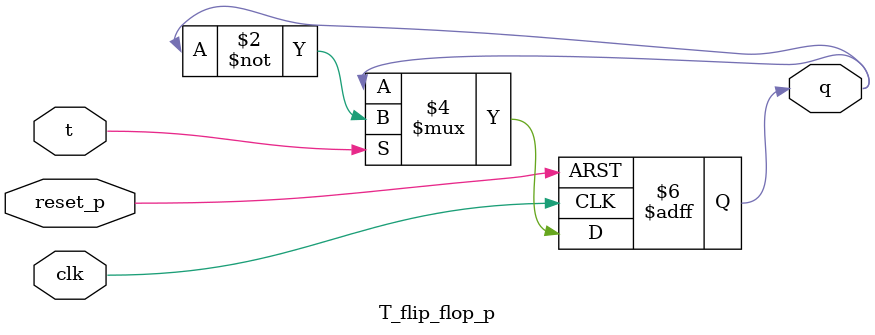
<source format=v>

module T_flip_flop_p(
   input clk, reset_p,
   input t,
   output reg q
   );

   always @(posedge clk or posedge reset_p) begin
      if (reset_p) begin q=0; end
      else begin 
         if(t) q=~q;
         else q=q;
      end
   end
endmodule

</source>
